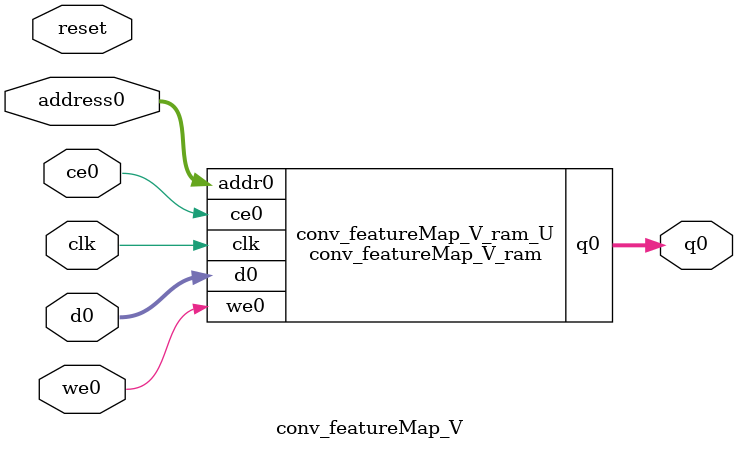
<source format=v>
`timescale 1 ns / 1 ps
module conv_featureMap_V_ram (addr0, ce0, d0, we0, q0,  clk);

parameter DWIDTH = 4;
parameter AWIDTH = 11;
parameter MEM_SIZE = 1280;

input[AWIDTH-1:0] addr0;
input ce0;
input[DWIDTH-1:0] d0;
input we0;
output reg[DWIDTH-1:0] q0;
input clk;

reg [DWIDTH-1:0] ram[0:MEM_SIZE-1];




always @(posedge clk)  
begin 
    if (ce0) begin
        if (we0) 
            ram[addr0] <= d0; 
        q0 <= ram[addr0];
    end
end


endmodule

`timescale 1 ns / 1 ps
module conv_featureMap_V(
    reset,
    clk,
    address0,
    ce0,
    we0,
    d0,
    q0);

parameter DataWidth = 32'd4;
parameter AddressRange = 32'd1280;
parameter AddressWidth = 32'd11;
input reset;
input clk;
input[AddressWidth - 1:0] address0;
input ce0;
input we0;
input[DataWidth - 1:0] d0;
output[DataWidth - 1:0] q0;



conv_featureMap_V_ram conv_featureMap_V_ram_U(
    .clk( clk ),
    .addr0( address0 ),
    .ce0( ce0 ),
    .we0( we0 ),
    .d0( d0 ),
    .q0( q0 ));

endmodule


</source>
